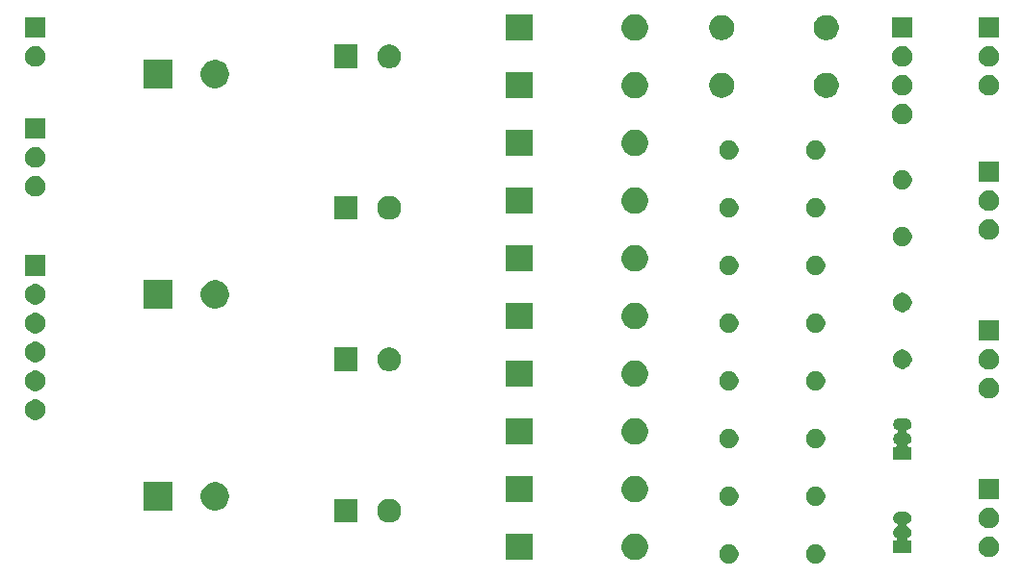
<source format=gbr>
G04 #@! TF.GenerationSoftware,KiCad,Pcbnew,(5.1.5)-3*
G04 #@! TF.CreationDate,2020-01-27T21:13:04-05:00*
G04 #@! TF.ProjectId,power,706f7765-722e-46b6-9963-61645f706362,v01*
G04 #@! TF.SameCoordinates,Original*
G04 #@! TF.FileFunction,Soldermask,Top*
G04 #@! TF.FilePolarity,Negative*
%FSLAX46Y46*%
G04 Gerber Fmt 4.6, Leading zero omitted, Abs format (unit mm)*
G04 Created by KiCad (PCBNEW (5.1.5)-3) date 2020-01-27 21:13:04*
%MOMM*%
%LPD*%
G04 APERTURE LIST*
%ADD10C,0.100000*%
G04 APERTURE END LIST*
D10*
G36*
X147568228Y-91891703D02*
G01*
X147723100Y-91955853D01*
X147862481Y-92048985D01*
X147981015Y-92167519D01*
X148074147Y-92306900D01*
X148138297Y-92461772D01*
X148171000Y-92626184D01*
X148171000Y-92793816D01*
X148138297Y-92958228D01*
X148074147Y-93113100D01*
X147981015Y-93252481D01*
X147862481Y-93371015D01*
X147723100Y-93464147D01*
X147568228Y-93528297D01*
X147403816Y-93561000D01*
X147236184Y-93561000D01*
X147071772Y-93528297D01*
X146916900Y-93464147D01*
X146777519Y-93371015D01*
X146658985Y-93252481D01*
X146565853Y-93113100D01*
X146501703Y-92958228D01*
X146469000Y-92793816D01*
X146469000Y-92626184D01*
X146501703Y-92461772D01*
X146565853Y-92306900D01*
X146658985Y-92167519D01*
X146777519Y-92048985D01*
X146916900Y-91955853D01*
X147071772Y-91891703D01*
X147236184Y-91859000D01*
X147403816Y-91859000D01*
X147568228Y-91891703D01*
G37*
G36*
X139948228Y-91891703D02*
G01*
X140103100Y-91955853D01*
X140242481Y-92048985D01*
X140361015Y-92167519D01*
X140454147Y-92306900D01*
X140518297Y-92461772D01*
X140551000Y-92626184D01*
X140551000Y-92793816D01*
X140518297Y-92958228D01*
X140454147Y-93113100D01*
X140361015Y-93252481D01*
X140242481Y-93371015D01*
X140103100Y-93464147D01*
X139948228Y-93528297D01*
X139783816Y-93561000D01*
X139616184Y-93561000D01*
X139451772Y-93528297D01*
X139296900Y-93464147D01*
X139157519Y-93371015D01*
X139038985Y-93252481D01*
X138945853Y-93113100D01*
X138881703Y-92958228D01*
X138849000Y-92793816D01*
X138849000Y-92626184D01*
X138881703Y-92461772D01*
X138945853Y-92306900D01*
X139038985Y-92167519D01*
X139157519Y-92048985D01*
X139296900Y-91955853D01*
X139451772Y-91891703D01*
X139616184Y-91859000D01*
X139783816Y-91859000D01*
X139948228Y-91891703D01*
G37*
G36*
X122436000Y-93226000D02*
G01*
X120134000Y-93226000D01*
X120134000Y-90924000D01*
X122436000Y-90924000D01*
X122436000Y-93226000D01*
G37*
G36*
X131669549Y-90946116D02*
G01*
X131780734Y-90968232D01*
X131990203Y-91054997D01*
X132178720Y-91180960D01*
X132339040Y-91341280D01*
X132465003Y-91529797D01*
X132514055Y-91648218D01*
X132551768Y-91739267D01*
X132594850Y-91955852D01*
X132596000Y-91961636D01*
X132596000Y-92188364D01*
X132551768Y-92410734D01*
X132465003Y-92620203D01*
X132339040Y-92808720D01*
X132178720Y-92969040D01*
X131990203Y-93095003D01*
X131780734Y-93181768D01*
X131669549Y-93203884D01*
X131558365Y-93226000D01*
X131331635Y-93226000D01*
X131220451Y-93203884D01*
X131109266Y-93181768D01*
X130899797Y-93095003D01*
X130711280Y-92969040D01*
X130550960Y-92808720D01*
X130424997Y-92620203D01*
X130338232Y-92410734D01*
X130294000Y-92188364D01*
X130294000Y-91961636D01*
X130295151Y-91955852D01*
X130338232Y-91739267D01*
X130375946Y-91648218D01*
X130424997Y-91529797D01*
X130550960Y-91341280D01*
X130711280Y-91180960D01*
X130899797Y-91054997D01*
X131109266Y-90968232D01*
X131220451Y-90946116D01*
X131331635Y-90924000D01*
X131558365Y-90924000D01*
X131669549Y-90946116D01*
G37*
G36*
X162673512Y-91178927D02*
G01*
X162822812Y-91208624D01*
X162986784Y-91276544D01*
X163134354Y-91375147D01*
X163259853Y-91500646D01*
X163358456Y-91648216D01*
X163426376Y-91812188D01*
X163461000Y-91986259D01*
X163461000Y-92163741D01*
X163426376Y-92337812D01*
X163358456Y-92501784D01*
X163259853Y-92649354D01*
X163134354Y-92774853D01*
X162986784Y-92873456D01*
X162822812Y-92941376D01*
X162683732Y-92969040D01*
X162648742Y-92976000D01*
X162471258Y-92976000D01*
X162436268Y-92969040D01*
X162297188Y-92941376D01*
X162133216Y-92873456D01*
X161985646Y-92774853D01*
X161860147Y-92649354D01*
X161761544Y-92501784D01*
X161693624Y-92337812D01*
X161659000Y-92163741D01*
X161659000Y-91986259D01*
X161693624Y-91812188D01*
X161761544Y-91648216D01*
X161860147Y-91500646D01*
X161985646Y-91375147D01*
X162133216Y-91276544D01*
X162297188Y-91208624D01*
X162446488Y-91178927D01*
X162471258Y-91174000D01*
X162648742Y-91174000D01*
X162673512Y-91178927D01*
G37*
G36*
X155298015Y-88991973D02*
G01*
X155401879Y-89023479D01*
X155429055Y-89038005D01*
X155497600Y-89074643D01*
X155581501Y-89143499D01*
X155650357Y-89227400D01*
X155674297Y-89272189D01*
X155701521Y-89323121D01*
X155733027Y-89426985D01*
X155743666Y-89535000D01*
X155733027Y-89643015D01*
X155701521Y-89746879D01*
X155701519Y-89746882D01*
X155650357Y-89842600D01*
X155581501Y-89926501D01*
X155497600Y-89995357D01*
X155429055Y-90031995D01*
X155401879Y-90046521D01*
X155389131Y-90050388D01*
X155366504Y-90059760D01*
X155346130Y-90073374D01*
X155328803Y-90090701D01*
X155315189Y-90111075D01*
X155305812Y-90133714D01*
X155301031Y-90157747D01*
X155301031Y-90182251D01*
X155305811Y-90206285D01*
X155315188Y-90228924D01*
X155328802Y-90249298D01*
X155346129Y-90266625D01*
X155366503Y-90280239D01*
X155389131Y-90289612D01*
X155401879Y-90293479D01*
X155429055Y-90308005D01*
X155497600Y-90344643D01*
X155581501Y-90413499D01*
X155650357Y-90497400D01*
X155686995Y-90565945D01*
X155701521Y-90593121D01*
X155733027Y-90696985D01*
X155743666Y-90805000D01*
X155733027Y-90913015D01*
X155701521Y-91016879D01*
X155701519Y-91016882D01*
X155650357Y-91112600D01*
X155599967Y-91174000D01*
X155581501Y-91196501D01*
X155497600Y-91265356D01*
X155453807Y-91288764D01*
X155433437Y-91302375D01*
X155416110Y-91319702D01*
X155402496Y-91340076D01*
X155393119Y-91362715D01*
X155388338Y-91386748D01*
X155388338Y-91411252D01*
X155393118Y-91435286D01*
X155402495Y-91457924D01*
X155416109Y-91478299D01*
X155433436Y-91495626D01*
X155453810Y-91509240D01*
X155476449Y-91518617D01*
X155500482Y-91523398D01*
X155512735Y-91524000D01*
X155741000Y-91524000D01*
X155741000Y-92626000D01*
X154139000Y-92626000D01*
X154139000Y-91524000D01*
X154367265Y-91524000D01*
X154391651Y-91521598D01*
X154415100Y-91514485D01*
X154436711Y-91502934D01*
X154455653Y-91487389D01*
X154471198Y-91468447D01*
X154482749Y-91446836D01*
X154489862Y-91423387D01*
X154492264Y-91399001D01*
X154489862Y-91374615D01*
X154482749Y-91351166D01*
X154471198Y-91329555D01*
X154455653Y-91310613D01*
X154436711Y-91295068D01*
X154426198Y-91288767D01*
X154382400Y-91265356D01*
X154298499Y-91196501D01*
X154280033Y-91174000D01*
X154229643Y-91112600D01*
X154178481Y-91016882D01*
X154178479Y-91016879D01*
X154146973Y-90913015D01*
X154136334Y-90805000D01*
X154146973Y-90696985D01*
X154178479Y-90593121D01*
X154193005Y-90565945D01*
X154229643Y-90497400D01*
X154298499Y-90413499D01*
X154382400Y-90344643D01*
X154450945Y-90308005D01*
X154478121Y-90293479D01*
X154490869Y-90289612D01*
X154513496Y-90280240D01*
X154533870Y-90266626D01*
X154551197Y-90249299D01*
X154564811Y-90228925D01*
X154574188Y-90206286D01*
X154578969Y-90182253D01*
X154578969Y-90157749D01*
X154574189Y-90133715D01*
X154564812Y-90111076D01*
X154551198Y-90090702D01*
X154533871Y-90073375D01*
X154513497Y-90059761D01*
X154490869Y-90050388D01*
X154478121Y-90046521D01*
X154450945Y-90031995D01*
X154382400Y-89995357D01*
X154298499Y-89926501D01*
X154229643Y-89842600D01*
X154178481Y-89746882D01*
X154178479Y-89746879D01*
X154146973Y-89643015D01*
X154136334Y-89535000D01*
X154146973Y-89426985D01*
X154178479Y-89323121D01*
X154205703Y-89272189D01*
X154229643Y-89227400D01*
X154298499Y-89143499D01*
X154382400Y-89074643D01*
X154450945Y-89038005D01*
X154478121Y-89023479D01*
X154581985Y-88991973D01*
X154662933Y-88984000D01*
X155217067Y-88984000D01*
X155298015Y-88991973D01*
G37*
G36*
X162673512Y-88638927D02*
G01*
X162822812Y-88668624D01*
X162986784Y-88736544D01*
X163134354Y-88835147D01*
X163259853Y-88960646D01*
X163358456Y-89108216D01*
X163426376Y-89272188D01*
X163461000Y-89446259D01*
X163461000Y-89623741D01*
X163426376Y-89797812D01*
X163358456Y-89961784D01*
X163259853Y-90109354D01*
X163134354Y-90234853D01*
X162986784Y-90333456D01*
X162822812Y-90401376D01*
X162673512Y-90431073D01*
X162648742Y-90436000D01*
X162471258Y-90436000D01*
X162446488Y-90431073D01*
X162297188Y-90401376D01*
X162133216Y-90333456D01*
X161985646Y-90234853D01*
X161860147Y-90109354D01*
X161761544Y-89961784D01*
X161693624Y-89797812D01*
X161659000Y-89623741D01*
X161659000Y-89446259D01*
X161693624Y-89272188D01*
X161761544Y-89108216D01*
X161860147Y-88960646D01*
X161985646Y-88835147D01*
X162133216Y-88736544D01*
X162297188Y-88668624D01*
X162446488Y-88638927D01*
X162471258Y-88634000D01*
X162648742Y-88634000D01*
X162673512Y-88638927D01*
G37*
G36*
X110151564Y-87889389D02*
G01*
X110342833Y-87968615D01*
X110342835Y-87968616D01*
X110514973Y-88083635D01*
X110661365Y-88230027D01*
X110764345Y-88384147D01*
X110776385Y-88402167D01*
X110855611Y-88593436D01*
X110896000Y-88796484D01*
X110896000Y-89003516D01*
X110855611Y-89206564D01*
X110776385Y-89397833D01*
X110776384Y-89397835D01*
X110661365Y-89569973D01*
X110514973Y-89716365D01*
X110342835Y-89831384D01*
X110342834Y-89831385D01*
X110342833Y-89831385D01*
X110151564Y-89910611D01*
X109948516Y-89951000D01*
X109741484Y-89951000D01*
X109538436Y-89910611D01*
X109347167Y-89831385D01*
X109347166Y-89831385D01*
X109347165Y-89831384D01*
X109175027Y-89716365D01*
X109028635Y-89569973D01*
X108913616Y-89397835D01*
X108913615Y-89397833D01*
X108834389Y-89206564D01*
X108794000Y-89003516D01*
X108794000Y-88796484D01*
X108834389Y-88593436D01*
X108913615Y-88402167D01*
X108925656Y-88384147D01*
X109028635Y-88230027D01*
X109175027Y-88083635D01*
X109347165Y-87968616D01*
X109347167Y-87968615D01*
X109538436Y-87889389D01*
X109741484Y-87849000D01*
X109948516Y-87849000D01*
X110151564Y-87889389D01*
G37*
G36*
X107096000Y-89951000D02*
G01*
X104994000Y-89951000D01*
X104994000Y-87849000D01*
X107096000Y-87849000D01*
X107096000Y-89951000D01*
G37*
G36*
X90786000Y-88881000D02*
G01*
X88284000Y-88881000D01*
X88284000Y-86379000D01*
X90786000Y-86379000D01*
X90786000Y-88881000D01*
G37*
G36*
X94899903Y-86427075D02*
G01*
X95127571Y-86521378D01*
X95332466Y-86658285D01*
X95506715Y-86832534D01*
X95643622Y-87037429D01*
X95737925Y-87265097D01*
X95786000Y-87506787D01*
X95786000Y-87753213D01*
X95737925Y-87994903D01*
X95643622Y-88222571D01*
X95506715Y-88427466D01*
X95332466Y-88601715D01*
X95127571Y-88738622D01*
X95127570Y-88738623D01*
X95127569Y-88738623D01*
X94899903Y-88832925D01*
X94658214Y-88881000D01*
X94411786Y-88881000D01*
X94170097Y-88832925D01*
X93942431Y-88738623D01*
X93942430Y-88738623D01*
X93942429Y-88738622D01*
X93737534Y-88601715D01*
X93563285Y-88427466D01*
X93426378Y-88222571D01*
X93332075Y-87994903D01*
X93284000Y-87753213D01*
X93284000Y-87506787D01*
X93332075Y-87265097D01*
X93426378Y-87037429D01*
X93563285Y-86832534D01*
X93737534Y-86658285D01*
X93942429Y-86521378D01*
X94170097Y-86427075D01*
X94411786Y-86379000D01*
X94658214Y-86379000D01*
X94899903Y-86427075D01*
G37*
G36*
X139948228Y-86811703D02*
G01*
X140103100Y-86875853D01*
X140242481Y-86968985D01*
X140361015Y-87087519D01*
X140454147Y-87226900D01*
X140518297Y-87381772D01*
X140551000Y-87546184D01*
X140551000Y-87713816D01*
X140518297Y-87878228D01*
X140454147Y-88033100D01*
X140361015Y-88172481D01*
X140242481Y-88291015D01*
X140103100Y-88384147D01*
X139948228Y-88448297D01*
X139783816Y-88481000D01*
X139616184Y-88481000D01*
X139451772Y-88448297D01*
X139296900Y-88384147D01*
X139157519Y-88291015D01*
X139038985Y-88172481D01*
X138945853Y-88033100D01*
X138881703Y-87878228D01*
X138849000Y-87713816D01*
X138849000Y-87546184D01*
X138881703Y-87381772D01*
X138945853Y-87226900D01*
X139038985Y-87087519D01*
X139157519Y-86968985D01*
X139296900Y-86875853D01*
X139451772Y-86811703D01*
X139616184Y-86779000D01*
X139783816Y-86779000D01*
X139948228Y-86811703D01*
G37*
G36*
X147568228Y-86811703D02*
G01*
X147723100Y-86875853D01*
X147862481Y-86968985D01*
X147981015Y-87087519D01*
X148074147Y-87226900D01*
X148138297Y-87381772D01*
X148171000Y-87546184D01*
X148171000Y-87713816D01*
X148138297Y-87878228D01*
X148074147Y-88033100D01*
X147981015Y-88172481D01*
X147862481Y-88291015D01*
X147723100Y-88384147D01*
X147568228Y-88448297D01*
X147403816Y-88481000D01*
X147236184Y-88481000D01*
X147071772Y-88448297D01*
X146916900Y-88384147D01*
X146777519Y-88291015D01*
X146658985Y-88172481D01*
X146565853Y-88033100D01*
X146501703Y-87878228D01*
X146469000Y-87713816D01*
X146469000Y-87546184D01*
X146501703Y-87381772D01*
X146565853Y-87226900D01*
X146658985Y-87087519D01*
X146777519Y-86968985D01*
X146916900Y-86875853D01*
X147071772Y-86811703D01*
X147236184Y-86779000D01*
X147403816Y-86779000D01*
X147568228Y-86811703D01*
G37*
G36*
X122436000Y-88146000D02*
G01*
X120134000Y-88146000D01*
X120134000Y-85844000D01*
X122436000Y-85844000D01*
X122436000Y-88146000D01*
G37*
G36*
X131669549Y-85866116D02*
G01*
X131780734Y-85888232D01*
X131990203Y-85974997D01*
X132178720Y-86100960D01*
X132339040Y-86261280D01*
X132465003Y-86449797D01*
X132551362Y-86658285D01*
X132551768Y-86659267D01*
X132594850Y-86875852D01*
X132596000Y-86881636D01*
X132596000Y-87108364D01*
X132551768Y-87330734D01*
X132465003Y-87540203D01*
X132339040Y-87728720D01*
X132178720Y-87889040D01*
X131990203Y-88015003D01*
X131780734Y-88101768D01*
X131669549Y-88123884D01*
X131558365Y-88146000D01*
X131331635Y-88146000D01*
X131220451Y-88123884D01*
X131109266Y-88101768D01*
X130899797Y-88015003D01*
X130711280Y-87889040D01*
X130550960Y-87728720D01*
X130424997Y-87540203D01*
X130338232Y-87330734D01*
X130294000Y-87108364D01*
X130294000Y-86881636D01*
X130295151Y-86875852D01*
X130338232Y-86659267D01*
X130338639Y-86658285D01*
X130424997Y-86449797D01*
X130550960Y-86261280D01*
X130711280Y-86100960D01*
X130899797Y-85974997D01*
X131109266Y-85888232D01*
X131220451Y-85866116D01*
X131331635Y-85844000D01*
X131558365Y-85844000D01*
X131669549Y-85866116D01*
G37*
G36*
X163461000Y-87896000D02*
G01*
X161659000Y-87896000D01*
X161659000Y-86094000D01*
X163461000Y-86094000D01*
X163461000Y-87896000D01*
G37*
G36*
X155298015Y-80736973D02*
G01*
X155401879Y-80768479D01*
X155429055Y-80783005D01*
X155497600Y-80819643D01*
X155581501Y-80888499D01*
X155650357Y-80972400D01*
X155686995Y-81040945D01*
X155701521Y-81068121D01*
X155733027Y-81171985D01*
X155743666Y-81280000D01*
X155733027Y-81388015D01*
X155701521Y-81491879D01*
X155701519Y-81491882D01*
X155650357Y-81587600D01*
X155581501Y-81671501D01*
X155497600Y-81740357D01*
X155429055Y-81776995D01*
X155401879Y-81791521D01*
X155389131Y-81795388D01*
X155366504Y-81804760D01*
X155346130Y-81818374D01*
X155328803Y-81835701D01*
X155315189Y-81856075D01*
X155305812Y-81878714D01*
X155301031Y-81902747D01*
X155301031Y-81927251D01*
X155305811Y-81951285D01*
X155315188Y-81973924D01*
X155328802Y-81994298D01*
X155346129Y-82011625D01*
X155366503Y-82025239D01*
X155389131Y-82034612D01*
X155401879Y-82038479D01*
X155429055Y-82053005D01*
X155497600Y-82089643D01*
X155581501Y-82158499D01*
X155650357Y-82242400D01*
X155682091Y-82301771D01*
X155701521Y-82338121D01*
X155733027Y-82441985D01*
X155743666Y-82550000D01*
X155733027Y-82658015D01*
X155701521Y-82761879D01*
X155701519Y-82761882D01*
X155650357Y-82857600D01*
X155586834Y-82935003D01*
X155581501Y-82941501D01*
X155497600Y-83010356D01*
X155453807Y-83033764D01*
X155433437Y-83047375D01*
X155416110Y-83064702D01*
X155402496Y-83085076D01*
X155393119Y-83107715D01*
X155388338Y-83131748D01*
X155388338Y-83156252D01*
X155393118Y-83180286D01*
X155402495Y-83202924D01*
X155416109Y-83223299D01*
X155433436Y-83240626D01*
X155453810Y-83254240D01*
X155476449Y-83263617D01*
X155500482Y-83268398D01*
X155512735Y-83269000D01*
X155741000Y-83269000D01*
X155741000Y-84371000D01*
X154139000Y-84371000D01*
X154139000Y-83269000D01*
X154367265Y-83269000D01*
X154391651Y-83266598D01*
X154415100Y-83259485D01*
X154436711Y-83247934D01*
X154455653Y-83232389D01*
X154471198Y-83213447D01*
X154482749Y-83191836D01*
X154489862Y-83168387D01*
X154492264Y-83144001D01*
X154489862Y-83119615D01*
X154482749Y-83096166D01*
X154471198Y-83074555D01*
X154455653Y-83055613D01*
X154436711Y-83040068D01*
X154426198Y-83033767D01*
X154382400Y-83010356D01*
X154298499Y-82941501D01*
X154293166Y-82935003D01*
X154229643Y-82857600D01*
X154178481Y-82761882D01*
X154178479Y-82761879D01*
X154146973Y-82658015D01*
X154136334Y-82550000D01*
X154146973Y-82441985D01*
X154178479Y-82338121D01*
X154197909Y-82301771D01*
X154229643Y-82242400D01*
X154298499Y-82158499D01*
X154382400Y-82089643D01*
X154450945Y-82053005D01*
X154478121Y-82038479D01*
X154490869Y-82034612D01*
X154513496Y-82025240D01*
X154533870Y-82011626D01*
X154551197Y-81994299D01*
X154564811Y-81973925D01*
X154574188Y-81951286D01*
X154578969Y-81927253D01*
X154578969Y-81902749D01*
X154574189Y-81878715D01*
X154564812Y-81856076D01*
X154551198Y-81835702D01*
X154533871Y-81818375D01*
X154513497Y-81804761D01*
X154490869Y-81795388D01*
X154478121Y-81791521D01*
X154450945Y-81776995D01*
X154382400Y-81740357D01*
X154298499Y-81671501D01*
X154229643Y-81587600D01*
X154178481Y-81491882D01*
X154178479Y-81491879D01*
X154146973Y-81388015D01*
X154136334Y-81280000D01*
X154146973Y-81171985D01*
X154178479Y-81068121D01*
X154193005Y-81040945D01*
X154229643Y-80972400D01*
X154298499Y-80888499D01*
X154382400Y-80819643D01*
X154450945Y-80783005D01*
X154478121Y-80768479D01*
X154581985Y-80736973D01*
X154662933Y-80729000D01*
X155217067Y-80729000D01*
X155298015Y-80736973D01*
G37*
G36*
X139948228Y-81731703D02*
G01*
X140103100Y-81795853D01*
X140242481Y-81888985D01*
X140361015Y-82007519D01*
X140454147Y-82146900D01*
X140518297Y-82301772D01*
X140551000Y-82466184D01*
X140551000Y-82633816D01*
X140518297Y-82798228D01*
X140454147Y-82953100D01*
X140361015Y-83092481D01*
X140242481Y-83211015D01*
X140103100Y-83304147D01*
X139948228Y-83368297D01*
X139783816Y-83401000D01*
X139616184Y-83401000D01*
X139451772Y-83368297D01*
X139296900Y-83304147D01*
X139157519Y-83211015D01*
X139038985Y-83092481D01*
X138945853Y-82953100D01*
X138881703Y-82798228D01*
X138849000Y-82633816D01*
X138849000Y-82466184D01*
X138881703Y-82301772D01*
X138945853Y-82146900D01*
X139038985Y-82007519D01*
X139157519Y-81888985D01*
X139296900Y-81795853D01*
X139451772Y-81731703D01*
X139616184Y-81699000D01*
X139783816Y-81699000D01*
X139948228Y-81731703D01*
G37*
G36*
X147568228Y-81731703D02*
G01*
X147723100Y-81795853D01*
X147862481Y-81888985D01*
X147981015Y-82007519D01*
X148074147Y-82146900D01*
X148138297Y-82301772D01*
X148171000Y-82466184D01*
X148171000Y-82633816D01*
X148138297Y-82798228D01*
X148074147Y-82953100D01*
X147981015Y-83092481D01*
X147862481Y-83211015D01*
X147723100Y-83304147D01*
X147568228Y-83368297D01*
X147403816Y-83401000D01*
X147236184Y-83401000D01*
X147071772Y-83368297D01*
X146916900Y-83304147D01*
X146777519Y-83211015D01*
X146658985Y-83092481D01*
X146565853Y-82953100D01*
X146501703Y-82798228D01*
X146469000Y-82633816D01*
X146469000Y-82466184D01*
X146501703Y-82301772D01*
X146565853Y-82146900D01*
X146658985Y-82007519D01*
X146777519Y-81888985D01*
X146916900Y-81795853D01*
X147071772Y-81731703D01*
X147236184Y-81699000D01*
X147403816Y-81699000D01*
X147568228Y-81731703D01*
G37*
G36*
X131580882Y-80768479D02*
G01*
X131780734Y-80808232D01*
X131928850Y-80869584D01*
X131974516Y-80888499D01*
X131990203Y-80894997D01*
X132178720Y-81020960D01*
X132339040Y-81181280D01*
X132465003Y-81369797D01*
X132465004Y-81369799D01*
X132551768Y-81579267D01*
X132594850Y-81795852D01*
X132596000Y-81801636D01*
X132596000Y-82028364D01*
X132551768Y-82250734D01*
X132465003Y-82460203D01*
X132339040Y-82648720D01*
X132178720Y-82809040D01*
X131990203Y-82935003D01*
X131990202Y-82935004D01*
X131990201Y-82935004D01*
X131946520Y-82953097D01*
X131780734Y-83021768D01*
X131688733Y-83040068D01*
X131558365Y-83066000D01*
X131331635Y-83066000D01*
X131201267Y-83040068D01*
X131109266Y-83021768D01*
X130943480Y-82953097D01*
X130899799Y-82935004D01*
X130899798Y-82935004D01*
X130899797Y-82935003D01*
X130711280Y-82809040D01*
X130550960Y-82648720D01*
X130424997Y-82460203D01*
X130338232Y-82250734D01*
X130294000Y-82028364D01*
X130294000Y-81801636D01*
X130295151Y-81795852D01*
X130338232Y-81579267D01*
X130424996Y-81369799D01*
X130424997Y-81369797D01*
X130550960Y-81181280D01*
X130711280Y-81020960D01*
X130899797Y-80894997D01*
X130915485Y-80888499D01*
X130961150Y-80869584D01*
X131109266Y-80808232D01*
X131309118Y-80768479D01*
X131331635Y-80764000D01*
X131558365Y-80764000D01*
X131580882Y-80768479D01*
G37*
G36*
X122436000Y-83066000D02*
G01*
X120134000Y-83066000D01*
X120134000Y-80764000D01*
X122436000Y-80764000D01*
X122436000Y-83066000D01*
G37*
G36*
X78853512Y-79113927D02*
G01*
X79002812Y-79143624D01*
X79166784Y-79211544D01*
X79314354Y-79310147D01*
X79439853Y-79435646D01*
X79538456Y-79583216D01*
X79606376Y-79747188D01*
X79641000Y-79921259D01*
X79641000Y-80098741D01*
X79606376Y-80272812D01*
X79538456Y-80436784D01*
X79439853Y-80584354D01*
X79314354Y-80709853D01*
X79166784Y-80808456D01*
X79002812Y-80876376D01*
X78853512Y-80906073D01*
X78828742Y-80911000D01*
X78651258Y-80911000D01*
X78626488Y-80906073D01*
X78477188Y-80876376D01*
X78313216Y-80808456D01*
X78165646Y-80709853D01*
X78040147Y-80584354D01*
X77941544Y-80436784D01*
X77873624Y-80272812D01*
X77839000Y-80098741D01*
X77839000Y-79921259D01*
X77873624Y-79747188D01*
X77941544Y-79583216D01*
X78040147Y-79435646D01*
X78165646Y-79310147D01*
X78313216Y-79211544D01*
X78477188Y-79143624D01*
X78626488Y-79113927D01*
X78651258Y-79109000D01*
X78828742Y-79109000D01*
X78853512Y-79113927D01*
G37*
G36*
X162664769Y-77207188D02*
G01*
X162822812Y-77238624D01*
X162986784Y-77306544D01*
X163134354Y-77405147D01*
X163259853Y-77530646D01*
X163358456Y-77678216D01*
X163426376Y-77842188D01*
X163461000Y-78016259D01*
X163461000Y-78193741D01*
X163426376Y-78367812D01*
X163358456Y-78531784D01*
X163259853Y-78679354D01*
X163134354Y-78804853D01*
X162986784Y-78903456D01*
X162822812Y-78971376D01*
X162673512Y-79001073D01*
X162648742Y-79006000D01*
X162471258Y-79006000D01*
X162446488Y-79001073D01*
X162297188Y-78971376D01*
X162133216Y-78903456D01*
X161985646Y-78804853D01*
X161860147Y-78679354D01*
X161761544Y-78531784D01*
X161693624Y-78367812D01*
X161659000Y-78193741D01*
X161659000Y-78016259D01*
X161693624Y-77842188D01*
X161761544Y-77678216D01*
X161860147Y-77530646D01*
X161985646Y-77405147D01*
X162133216Y-77306544D01*
X162297188Y-77238624D01*
X162455231Y-77207188D01*
X162471258Y-77204000D01*
X162648742Y-77204000D01*
X162664769Y-77207188D01*
G37*
G36*
X78853512Y-76573927D02*
G01*
X79002812Y-76603624D01*
X79166784Y-76671544D01*
X79314354Y-76770147D01*
X79439853Y-76895646D01*
X79538456Y-77043216D01*
X79606376Y-77207188D01*
X79641000Y-77381259D01*
X79641000Y-77558741D01*
X79606376Y-77732812D01*
X79538456Y-77896784D01*
X79439853Y-78044354D01*
X79314354Y-78169853D01*
X79166784Y-78268456D01*
X79002812Y-78336376D01*
X78853512Y-78366073D01*
X78828742Y-78371000D01*
X78651258Y-78371000D01*
X78626488Y-78366073D01*
X78477188Y-78336376D01*
X78313216Y-78268456D01*
X78165646Y-78169853D01*
X78040147Y-78044354D01*
X77941544Y-77896784D01*
X77873624Y-77732812D01*
X77839000Y-77558741D01*
X77839000Y-77381259D01*
X77873624Y-77207188D01*
X77941544Y-77043216D01*
X78040147Y-76895646D01*
X78165646Y-76770147D01*
X78313216Y-76671544D01*
X78477188Y-76603624D01*
X78626488Y-76573927D01*
X78651258Y-76569000D01*
X78828742Y-76569000D01*
X78853512Y-76573927D01*
G37*
G36*
X147568228Y-76651703D02*
G01*
X147723100Y-76715853D01*
X147862481Y-76808985D01*
X147981015Y-76927519D01*
X148074147Y-77066900D01*
X148138297Y-77221772D01*
X148171000Y-77386184D01*
X148171000Y-77553816D01*
X148138297Y-77718228D01*
X148074147Y-77873100D01*
X147981015Y-78012481D01*
X147862481Y-78131015D01*
X147723100Y-78224147D01*
X147568228Y-78288297D01*
X147403816Y-78321000D01*
X147236184Y-78321000D01*
X147071772Y-78288297D01*
X146916900Y-78224147D01*
X146777519Y-78131015D01*
X146658985Y-78012481D01*
X146565853Y-77873100D01*
X146501703Y-77718228D01*
X146469000Y-77553816D01*
X146469000Y-77386184D01*
X146501703Y-77221772D01*
X146565853Y-77066900D01*
X146658985Y-76927519D01*
X146777519Y-76808985D01*
X146916900Y-76715853D01*
X147071772Y-76651703D01*
X147236184Y-76619000D01*
X147403816Y-76619000D01*
X147568228Y-76651703D01*
G37*
G36*
X139948228Y-76651703D02*
G01*
X140103100Y-76715853D01*
X140242481Y-76808985D01*
X140361015Y-76927519D01*
X140454147Y-77066900D01*
X140518297Y-77221772D01*
X140551000Y-77386184D01*
X140551000Y-77553816D01*
X140518297Y-77718228D01*
X140454147Y-77873100D01*
X140361015Y-78012481D01*
X140242481Y-78131015D01*
X140103100Y-78224147D01*
X139948228Y-78288297D01*
X139783816Y-78321000D01*
X139616184Y-78321000D01*
X139451772Y-78288297D01*
X139296900Y-78224147D01*
X139157519Y-78131015D01*
X139038985Y-78012481D01*
X138945853Y-77873100D01*
X138881703Y-77718228D01*
X138849000Y-77553816D01*
X138849000Y-77386184D01*
X138881703Y-77221772D01*
X138945853Y-77066900D01*
X139038985Y-76927519D01*
X139157519Y-76808985D01*
X139296900Y-76715853D01*
X139451772Y-76651703D01*
X139616184Y-76619000D01*
X139783816Y-76619000D01*
X139948228Y-76651703D01*
G37*
G36*
X122436000Y-77986000D02*
G01*
X120134000Y-77986000D01*
X120134000Y-75684000D01*
X122436000Y-75684000D01*
X122436000Y-77986000D01*
G37*
G36*
X131669549Y-75706116D02*
G01*
X131780734Y-75728232D01*
X131928850Y-75789584D01*
X131985933Y-75813228D01*
X131990203Y-75814997D01*
X132178720Y-75940960D01*
X132339040Y-76101280D01*
X132465003Y-76289797D01*
X132550575Y-76496385D01*
X132551768Y-76499267D01*
X132594850Y-76715852D01*
X132596000Y-76721636D01*
X132596000Y-76948364D01*
X132551768Y-77170734D01*
X132465003Y-77380203D01*
X132339040Y-77568720D01*
X132178720Y-77729040D01*
X131990203Y-77855003D01*
X131780734Y-77941768D01*
X131669549Y-77963884D01*
X131558365Y-77986000D01*
X131331635Y-77986000D01*
X131220451Y-77963884D01*
X131109266Y-77941768D01*
X130899797Y-77855003D01*
X130711280Y-77729040D01*
X130550960Y-77568720D01*
X130424997Y-77380203D01*
X130338232Y-77170734D01*
X130294000Y-76948364D01*
X130294000Y-76721636D01*
X130295151Y-76715852D01*
X130338232Y-76499267D01*
X130339426Y-76496385D01*
X130424997Y-76289797D01*
X130550960Y-76101280D01*
X130711280Y-75940960D01*
X130899797Y-75814997D01*
X130904068Y-75813228D01*
X130961150Y-75789584D01*
X131109266Y-75728232D01*
X131220451Y-75706116D01*
X131331635Y-75684000D01*
X131558365Y-75684000D01*
X131669549Y-75706116D01*
G37*
G36*
X107096000Y-76616000D02*
G01*
X104994000Y-76616000D01*
X104994000Y-74514000D01*
X107096000Y-74514000D01*
X107096000Y-76616000D01*
G37*
G36*
X110151564Y-74554389D02*
G01*
X110342833Y-74633615D01*
X110342835Y-74633616D01*
X110514973Y-74748635D01*
X110661365Y-74895027D01*
X110725256Y-74990646D01*
X110776385Y-75067167D01*
X110855611Y-75258436D01*
X110896000Y-75461484D01*
X110896000Y-75668516D01*
X110855611Y-75871564D01*
X110805815Y-75991782D01*
X110776384Y-76062835D01*
X110661365Y-76234973D01*
X110514973Y-76381365D01*
X110342835Y-76496384D01*
X110342834Y-76496385D01*
X110342833Y-76496385D01*
X110151564Y-76575611D01*
X109948516Y-76616000D01*
X109741484Y-76616000D01*
X109538436Y-76575611D01*
X109347167Y-76496385D01*
X109347166Y-76496385D01*
X109347165Y-76496384D01*
X109175027Y-76381365D01*
X109028635Y-76234973D01*
X108913616Y-76062835D01*
X108884185Y-75991782D01*
X108834389Y-75871564D01*
X108794000Y-75668516D01*
X108794000Y-75461484D01*
X108834389Y-75258436D01*
X108913615Y-75067167D01*
X108964745Y-74990646D01*
X109028635Y-74895027D01*
X109175027Y-74748635D01*
X109347165Y-74633616D01*
X109347167Y-74633615D01*
X109538436Y-74554389D01*
X109741484Y-74514000D01*
X109948516Y-74514000D01*
X110151564Y-74554389D01*
G37*
G36*
X162664769Y-74667188D02*
G01*
X162822812Y-74698624D01*
X162986784Y-74766544D01*
X163134354Y-74865147D01*
X163259853Y-74990646D01*
X163358456Y-75138216D01*
X163426376Y-75302188D01*
X163461000Y-75476259D01*
X163461000Y-75653741D01*
X163426376Y-75827812D01*
X163358456Y-75991784D01*
X163259853Y-76139354D01*
X163134354Y-76264853D01*
X162986784Y-76363456D01*
X162822812Y-76431376D01*
X162673512Y-76461073D01*
X162648742Y-76466000D01*
X162471258Y-76466000D01*
X162446488Y-76461073D01*
X162297188Y-76431376D01*
X162133216Y-76363456D01*
X161985646Y-76264853D01*
X161860147Y-76139354D01*
X161761544Y-75991784D01*
X161693624Y-75827812D01*
X161659000Y-75653741D01*
X161659000Y-75476259D01*
X161693624Y-75302188D01*
X161761544Y-75138216D01*
X161860147Y-74990646D01*
X161985646Y-74865147D01*
X162133216Y-74766544D01*
X162297188Y-74698624D01*
X162455231Y-74667188D01*
X162471258Y-74664000D01*
X162648742Y-74664000D01*
X162664769Y-74667188D01*
G37*
G36*
X155188228Y-74746703D02*
G01*
X155343100Y-74810853D01*
X155482481Y-74903985D01*
X155601015Y-75022519D01*
X155694147Y-75161900D01*
X155758297Y-75316772D01*
X155791000Y-75481184D01*
X155791000Y-75648816D01*
X155758297Y-75813228D01*
X155694147Y-75968100D01*
X155601015Y-76107481D01*
X155482481Y-76226015D01*
X155343100Y-76319147D01*
X155188228Y-76383297D01*
X155023816Y-76416000D01*
X154856184Y-76416000D01*
X154691772Y-76383297D01*
X154536900Y-76319147D01*
X154397519Y-76226015D01*
X154278985Y-76107481D01*
X154185853Y-75968100D01*
X154121703Y-75813228D01*
X154089000Y-75648816D01*
X154089000Y-75481184D01*
X154121703Y-75316772D01*
X154185853Y-75161900D01*
X154278985Y-75022519D01*
X154397519Y-74903985D01*
X154536900Y-74810853D01*
X154691772Y-74746703D01*
X154856184Y-74714000D01*
X155023816Y-74714000D01*
X155188228Y-74746703D01*
G37*
G36*
X78853512Y-74033927D02*
G01*
X79002812Y-74063624D01*
X79166784Y-74131544D01*
X79314354Y-74230147D01*
X79439853Y-74355646D01*
X79538456Y-74503216D01*
X79606376Y-74667188D01*
X79641000Y-74841259D01*
X79641000Y-75018741D01*
X79606376Y-75192812D01*
X79538456Y-75356784D01*
X79439853Y-75504354D01*
X79314354Y-75629853D01*
X79166784Y-75728456D01*
X79002812Y-75796376D01*
X78853512Y-75826073D01*
X78828742Y-75831000D01*
X78651258Y-75831000D01*
X78626488Y-75826073D01*
X78477188Y-75796376D01*
X78313216Y-75728456D01*
X78165646Y-75629853D01*
X78040147Y-75504354D01*
X77941544Y-75356784D01*
X77873624Y-75192812D01*
X77839000Y-75018741D01*
X77839000Y-74841259D01*
X77873624Y-74667188D01*
X77941544Y-74503216D01*
X78040147Y-74355646D01*
X78165646Y-74230147D01*
X78313216Y-74131544D01*
X78477188Y-74063624D01*
X78626488Y-74033927D01*
X78651258Y-74029000D01*
X78828742Y-74029000D01*
X78853512Y-74033927D01*
G37*
G36*
X163461000Y-73926000D02*
G01*
X161659000Y-73926000D01*
X161659000Y-72124000D01*
X163461000Y-72124000D01*
X163461000Y-73926000D01*
G37*
G36*
X78853512Y-71493927D02*
G01*
X79002812Y-71523624D01*
X79166784Y-71591544D01*
X79314354Y-71690147D01*
X79439853Y-71815646D01*
X79538456Y-71963216D01*
X79606376Y-72127188D01*
X79641000Y-72301259D01*
X79641000Y-72478741D01*
X79606376Y-72652812D01*
X79538456Y-72816784D01*
X79439853Y-72964354D01*
X79314354Y-73089853D01*
X79166784Y-73188456D01*
X79002812Y-73256376D01*
X78853512Y-73286073D01*
X78828742Y-73291000D01*
X78651258Y-73291000D01*
X78626488Y-73286073D01*
X78477188Y-73256376D01*
X78313216Y-73188456D01*
X78165646Y-73089853D01*
X78040147Y-72964354D01*
X77941544Y-72816784D01*
X77873624Y-72652812D01*
X77839000Y-72478741D01*
X77839000Y-72301259D01*
X77873624Y-72127188D01*
X77941544Y-71963216D01*
X78040147Y-71815646D01*
X78165646Y-71690147D01*
X78313216Y-71591544D01*
X78477188Y-71523624D01*
X78626488Y-71493927D01*
X78651258Y-71489000D01*
X78828742Y-71489000D01*
X78853512Y-71493927D01*
G37*
G36*
X139948228Y-71571703D02*
G01*
X140103100Y-71635853D01*
X140242481Y-71728985D01*
X140361015Y-71847519D01*
X140454147Y-71986900D01*
X140518297Y-72141772D01*
X140551000Y-72306184D01*
X140551000Y-72473816D01*
X140518297Y-72638228D01*
X140454147Y-72793100D01*
X140361015Y-72932481D01*
X140242481Y-73051015D01*
X140103100Y-73144147D01*
X139948228Y-73208297D01*
X139783816Y-73241000D01*
X139616184Y-73241000D01*
X139451772Y-73208297D01*
X139296900Y-73144147D01*
X139157519Y-73051015D01*
X139038985Y-72932481D01*
X138945853Y-72793100D01*
X138881703Y-72638228D01*
X138849000Y-72473816D01*
X138849000Y-72306184D01*
X138881703Y-72141772D01*
X138945853Y-71986900D01*
X139038985Y-71847519D01*
X139157519Y-71728985D01*
X139296900Y-71635853D01*
X139451772Y-71571703D01*
X139616184Y-71539000D01*
X139783816Y-71539000D01*
X139948228Y-71571703D01*
G37*
G36*
X147568228Y-71571703D02*
G01*
X147723100Y-71635853D01*
X147862481Y-71728985D01*
X147981015Y-71847519D01*
X148074147Y-71986900D01*
X148138297Y-72141772D01*
X148171000Y-72306184D01*
X148171000Y-72473816D01*
X148138297Y-72638228D01*
X148074147Y-72793100D01*
X147981015Y-72932481D01*
X147862481Y-73051015D01*
X147723100Y-73144147D01*
X147568228Y-73208297D01*
X147403816Y-73241000D01*
X147236184Y-73241000D01*
X147071772Y-73208297D01*
X146916900Y-73144147D01*
X146777519Y-73051015D01*
X146658985Y-72932481D01*
X146565853Y-72793100D01*
X146501703Y-72638228D01*
X146469000Y-72473816D01*
X146469000Y-72306184D01*
X146501703Y-72141772D01*
X146565853Y-71986900D01*
X146658985Y-71847519D01*
X146777519Y-71728985D01*
X146916900Y-71635853D01*
X147071772Y-71571703D01*
X147236184Y-71539000D01*
X147403816Y-71539000D01*
X147568228Y-71571703D01*
G37*
G36*
X122436000Y-72906000D02*
G01*
X120134000Y-72906000D01*
X120134000Y-70604000D01*
X122436000Y-70604000D01*
X122436000Y-72906000D01*
G37*
G36*
X131669549Y-70626116D02*
G01*
X131780734Y-70648232D01*
X131990203Y-70734997D01*
X132178720Y-70860960D01*
X132339040Y-71021280D01*
X132465003Y-71209797D01*
X132465004Y-71209799D01*
X132551768Y-71419267D01*
X132594850Y-71635852D01*
X132596000Y-71641636D01*
X132596000Y-71868364D01*
X132551768Y-72090734D01*
X132465003Y-72300203D01*
X132339040Y-72488720D01*
X132178720Y-72649040D01*
X131990203Y-72775003D01*
X131780734Y-72861768D01*
X131669549Y-72883884D01*
X131558365Y-72906000D01*
X131331635Y-72906000D01*
X131220451Y-72883884D01*
X131109266Y-72861768D01*
X130899797Y-72775003D01*
X130711280Y-72649040D01*
X130550960Y-72488720D01*
X130424997Y-72300203D01*
X130338232Y-72090734D01*
X130294000Y-71868364D01*
X130294000Y-71641636D01*
X130295151Y-71635852D01*
X130338232Y-71419267D01*
X130424996Y-71209799D01*
X130424997Y-71209797D01*
X130550960Y-71021280D01*
X130711280Y-70860960D01*
X130899797Y-70734997D01*
X131109266Y-70648232D01*
X131220451Y-70626116D01*
X131331635Y-70604000D01*
X131558365Y-70604000D01*
X131669549Y-70626116D01*
G37*
G36*
X155188228Y-69746703D02*
G01*
X155343100Y-69810853D01*
X155482481Y-69903985D01*
X155601015Y-70022519D01*
X155694147Y-70161900D01*
X155758297Y-70316772D01*
X155791000Y-70481184D01*
X155791000Y-70648816D01*
X155758297Y-70813228D01*
X155694147Y-70968100D01*
X155601015Y-71107481D01*
X155482481Y-71226015D01*
X155343100Y-71319147D01*
X155188228Y-71383297D01*
X155023816Y-71416000D01*
X154856184Y-71416000D01*
X154691772Y-71383297D01*
X154536900Y-71319147D01*
X154397519Y-71226015D01*
X154278985Y-71107481D01*
X154185853Y-70968100D01*
X154121703Y-70813228D01*
X154089000Y-70648816D01*
X154089000Y-70481184D01*
X154121703Y-70316772D01*
X154185853Y-70161900D01*
X154278985Y-70022519D01*
X154397519Y-69903985D01*
X154536900Y-69810853D01*
X154691772Y-69746703D01*
X154856184Y-69714000D01*
X155023816Y-69714000D01*
X155188228Y-69746703D01*
G37*
G36*
X90786000Y-71101000D02*
G01*
X88284000Y-71101000D01*
X88284000Y-68599000D01*
X90786000Y-68599000D01*
X90786000Y-71101000D01*
G37*
G36*
X94899903Y-68647075D02*
G01*
X95127571Y-68741378D01*
X95332466Y-68878285D01*
X95506715Y-69052534D01*
X95506716Y-69052536D01*
X95643623Y-69257431D01*
X95737925Y-69485097D01*
X95786000Y-69726786D01*
X95786000Y-69973214D01*
X95776192Y-70022520D01*
X95737925Y-70214903D01*
X95643622Y-70442571D01*
X95506715Y-70647466D01*
X95332466Y-70821715D01*
X95127571Y-70958622D01*
X95127570Y-70958623D01*
X95127569Y-70958623D01*
X94899903Y-71052925D01*
X94658214Y-71101000D01*
X94411786Y-71101000D01*
X94170097Y-71052925D01*
X93942431Y-70958623D01*
X93942430Y-70958623D01*
X93942429Y-70958622D01*
X93737534Y-70821715D01*
X93563285Y-70647466D01*
X93426378Y-70442571D01*
X93332075Y-70214903D01*
X93293808Y-70022520D01*
X93284000Y-69973214D01*
X93284000Y-69726786D01*
X93332075Y-69485097D01*
X93426377Y-69257431D01*
X93563284Y-69052536D01*
X93563285Y-69052534D01*
X93737534Y-68878285D01*
X93942429Y-68741378D01*
X94170097Y-68647075D01*
X94411786Y-68599000D01*
X94658214Y-68599000D01*
X94899903Y-68647075D01*
G37*
G36*
X78853512Y-68953927D02*
G01*
X79002812Y-68983624D01*
X79166784Y-69051544D01*
X79314354Y-69150147D01*
X79439853Y-69275646D01*
X79538456Y-69423216D01*
X79606376Y-69587188D01*
X79641000Y-69761259D01*
X79641000Y-69938741D01*
X79606376Y-70112812D01*
X79538456Y-70276784D01*
X79439853Y-70424354D01*
X79314354Y-70549853D01*
X79166784Y-70648456D01*
X79002812Y-70716376D01*
X78853512Y-70746073D01*
X78828742Y-70751000D01*
X78651258Y-70751000D01*
X78626488Y-70746073D01*
X78477188Y-70716376D01*
X78313216Y-70648456D01*
X78165646Y-70549853D01*
X78040147Y-70424354D01*
X77941544Y-70276784D01*
X77873624Y-70112812D01*
X77839000Y-69938741D01*
X77839000Y-69761259D01*
X77873624Y-69587188D01*
X77941544Y-69423216D01*
X78040147Y-69275646D01*
X78165646Y-69150147D01*
X78313216Y-69051544D01*
X78477188Y-68983624D01*
X78626488Y-68953927D01*
X78651258Y-68949000D01*
X78828742Y-68949000D01*
X78853512Y-68953927D01*
G37*
G36*
X79641000Y-68211000D02*
G01*
X77839000Y-68211000D01*
X77839000Y-66409000D01*
X79641000Y-66409000D01*
X79641000Y-68211000D01*
G37*
G36*
X139948228Y-66491703D02*
G01*
X140103100Y-66555853D01*
X140242481Y-66648985D01*
X140361015Y-66767519D01*
X140454147Y-66906900D01*
X140518297Y-67061772D01*
X140551000Y-67226184D01*
X140551000Y-67393816D01*
X140518297Y-67558228D01*
X140454147Y-67713100D01*
X140361015Y-67852481D01*
X140242481Y-67971015D01*
X140103100Y-68064147D01*
X139948228Y-68128297D01*
X139783816Y-68161000D01*
X139616184Y-68161000D01*
X139451772Y-68128297D01*
X139296900Y-68064147D01*
X139157519Y-67971015D01*
X139038985Y-67852481D01*
X138945853Y-67713100D01*
X138881703Y-67558228D01*
X138849000Y-67393816D01*
X138849000Y-67226184D01*
X138881703Y-67061772D01*
X138945853Y-66906900D01*
X139038985Y-66767519D01*
X139157519Y-66648985D01*
X139296900Y-66555853D01*
X139451772Y-66491703D01*
X139616184Y-66459000D01*
X139783816Y-66459000D01*
X139948228Y-66491703D01*
G37*
G36*
X147568228Y-66491703D02*
G01*
X147723100Y-66555853D01*
X147862481Y-66648985D01*
X147981015Y-66767519D01*
X148074147Y-66906900D01*
X148138297Y-67061772D01*
X148171000Y-67226184D01*
X148171000Y-67393816D01*
X148138297Y-67558228D01*
X148074147Y-67713100D01*
X147981015Y-67852481D01*
X147862481Y-67971015D01*
X147723100Y-68064147D01*
X147568228Y-68128297D01*
X147403816Y-68161000D01*
X147236184Y-68161000D01*
X147071772Y-68128297D01*
X146916900Y-68064147D01*
X146777519Y-67971015D01*
X146658985Y-67852481D01*
X146565853Y-67713100D01*
X146501703Y-67558228D01*
X146469000Y-67393816D01*
X146469000Y-67226184D01*
X146501703Y-67061772D01*
X146565853Y-66906900D01*
X146658985Y-66767519D01*
X146777519Y-66648985D01*
X146916900Y-66555853D01*
X147071772Y-66491703D01*
X147236184Y-66459000D01*
X147403816Y-66459000D01*
X147568228Y-66491703D01*
G37*
G36*
X122436000Y-67826000D02*
G01*
X120134000Y-67826000D01*
X120134000Y-65524000D01*
X122436000Y-65524000D01*
X122436000Y-67826000D01*
G37*
G36*
X131669549Y-65546116D02*
G01*
X131780734Y-65568232D01*
X131990203Y-65654997D01*
X132178720Y-65780960D01*
X132339040Y-65941280D01*
X132465003Y-66129797D01*
X132465004Y-66129799D01*
X132551768Y-66339267D01*
X132594850Y-66555852D01*
X132596000Y-66561636D01*
X132596000Y-66788364D01*
X132551768Y-67010734D01*
X132465003Y-67220203D01*
X132339040Y-67408720D01*
X132178720Y-67569040D01*
X131990203Y-67695003D01*
X131780734Y-67781768D01*
X131669549Y-67803884D01*
X131558365Y-67826000D01*
X131331635Y-67826000D01*
X131220451Y-67803884D01*
X131109266Y-67781768D01*
X130899797Y-67695003D01*
X130711280Y-67569040D01*
X130550960Y-67408720D01*
X130424997Y-67220203D01*
X130338232Y-67010734D01*
X130294000Y-66788364D01*
X130294000Y-66561636D01*
X130295151Y-66555852D01*
X130338232Y-66339267D01*
X130424996Y-66129799D01*
X130424997Y-66129797D01*
X130550960Y-65941280D01*
X130711280Y-65780960D01*
X130899797Y-65654997D01*
X131109266Y-65568232D01*
X131220451Y-65546116D01*
X131331635Y-65524000D01*
X131558365Y-65524000D01*
X131669549Y-65546116D01*
G37*
G36*
X155188228Y-63951703D02*
G01*
X155343100Y-64015853D01*
X155482481Y-64108985D01*
X155601015Y-64227519D01*
X155694147Y-64366900D01*
X155758297Y-64521772D01*
X155791000Y-64686184D01*
X155791000Y-64853816D01*
X155758297Y-65018228D01*
X155694147Y-65173100D01*
X155601015Y-65312481D01*
X155482481Y-65431015D01*
X155343100Y-65524147D01*
X155188228Y-65588297D01*
X155023816Y-65621000D01*
X154856184Y-65621000D01*
X154691772Y-65588297D01*
X154536900Y-65524147D01*
X154397519Y-65431015D01*
X154278985Y-65312481D01*
X154185853Y-65173100D01*
X154121703Y-65018228D01*
X154089000Y-64853816D01*
X154089000Y-64686184D01*
X154121703Y-64521772D01*
X154185853Y-64366900D01*
X154278985Y-64227519D01*
X154397519Y-64108985D01*
X154536900Y-64015853D01*
X154691772Y-63951703D01*
X154856184Y-63919000D01*
X155023816Y-63919000D01*
X155188228Y-63951703D01*
G37*
G36*
X162673512Y-63238927D02*
G01*
X162822812Y-63268624D01*
X162986784Y-63336544D01*
X163134354Y-63435147D01*
X163259853Y-63560646D01*
X163358456Y-63708216D01*
X163426376Y-63872188D01*
X163461000Y-64046259D01*
X163461000Y-64223741D01*
X163426376Y-64397812D01*
X163358456Y-64561784D01*
X163259853Y-64709354D01*
X163134354Y-64834853D01*
X162986784Y-64933456D01*
X162822812Y-65001376D01*
X162673512Y-65031073D01*
X162648742Y-65036000D01*
X162471258Y-65036000D01*
X162446488Y-65031073D01*
X162297188Y-65001376D01*
X162133216Y-64933456D01*
X161985646Y-64834853D01*
X161860147Y-64709354D01*
X161761544Y-64561784D01*
X161693624Y-64397812D01*
X161659000Y-64223741D01*
X161659000Y-64046259D01*
X161693624Y-63872188D01*
X161761544Y-63708216D01*
X161860147Y-63560646D01*
X161985646Y-63435147D01*
X162133216Y-63336544D01*
X162297188Y-63268624D01*
X162446488Y-63238927D01*
X162471258Y-63234000D01*
X162648742Y-63234000D01*
X162673512Y-63238927D01*
G37*
G36*
X110151564Y-61219389D02*
G01*
X110342833Y-61298615D01*
X110342835Y-61298616D01*
X110514973Y-61413635D01*
X110661365Y-61560027D01*
X110760481Y-61708364D01*
X110776385Y-61732167D01*
X110855611Y-61923436D01*
X110896000Y-62126484D01*
X110896000Y-62333516D01*
X110855611Y-62536564D01*
X110787181Y-62701768D01*
X110776384Y-62727835D01*
X110661365Y-62899973D01*
X110514973Y-63046365D01*
X110342835Y-63161384D01*
X110342834Y-63161385D01*
X110342833Y-63161385D01*
X110151564Y-63240611D01*
X109948516Y-63281000D01*
X109741484Y-63281000D01*
X109538436Y-63240611D01*
X109347167Y-63161385D01*
X109347166Y-63161385D01*
X109347165Y-63161384D01*
X109175027Y-63046365D01*
X109028635Y-62899973D01*
X108913616Y-62727835D01*
X108902819Y-62701768D01*
X108834389Y-62536564D01*
X108794000Y-62333516D01*
X108794000Y-62126484D01*
X108834389Y-61923436D01*
X108913615Y-61732167D01*
X108929520Y-61708364D01*
X109028635Y-61560027D01*
X109175027Y-61413635D01*
X109347165Y-61298616D01*
X109347167Y-61298615D01*
X109538436Y-61219389D01*
X109741484Y-61179000D01*
X109948516Y-61179000D01*
X110151564Y-61219389D01*
G37*
G36*
X107096000Y-63281000D02*
G01*
X104994000Y-63281000D01*
X104994000Y-61179000D01*
X107096000Y-61179000D01*
X107096000Y-63281000D01*
G37*
G36*
X147568228Y-61411703D02*
G01*
X147723100Y-61475853D01*
X147862481Y-61568985D01*
X147981015Y-61687519D01*
X148074147Y-61826900D01*
X148138297Y-61981772D01*
X148171000Y-62146184D01*
X148171000Y-62313816D01*
X148138297Y-62478228D01*
X148074147Y-62633100D01*
X147981015Y-62772481D01*
X147862481Y-62891015D01*
X147723100Y-62984147D01*
X147568228Y-63048297D01*
X147403816Y-63081000D01*
X147236184Y-63081000D01*
X147071772Y-63048297D01*
X146916900Y-62984147D01*
X146777519Y-62891015D01*
X146658985Y-62772481D01*
X146565853Y-62633100D01*
X146501703Y-62478228D01*
X146469000Y-62313816D01*
X146469000Y-62146184D01*
X146501703Y-61981772D01*
X146565853Y-61826900D01*
X146658985Y-61687519D01*
X146777519Y-61568985D01*
X146916900Y-61475853D01*
X147071772Y-61411703D01*
X147236184Y-61379000D01*
X147403816Y-61379000D01*
X147568228Y-61411703D01*
G37*
G36*
X139948228Y-61411703D02*
G01*
X140103100Y-61475853D01*
X140242481Y-61568985D01*
X140361015Y-61687519D01*
X140454147Y-61826900D01*
X140518297Y-61981772D01*
X140551000Y-62146184D01*
X140551000Y-62313816D01*
X140518297Y-62478228D01*
X140454147Y-62633100D01*
X140361015Y-62772481D01*
X140242481Y-62891015D01*
X140103100Y-62984147D01*
X139948228Y-63048297D01*
X139783816Y-63081000D01*
X139616184Y-63081000D01*
X139451772Y-63048297D01*
X139296900Y-62984147D01*
X139157519Y-62891015D01*
X139038985Y-62772481D01*
X138945853Y-62633100D01*
X138881703Y-62478228D01*
X138849000Y-62313816D01*
X138849000Y-62146184D01*
X138881703Y-61981772D01*
X138945853Y-61826900D01*
X139038985Y-61687519D01*
X139157519Y-61568985D01*
X139296900Y-61475853D01*
X139451772Y-61411703D01*
X139616184Y-61379000D01*
X139783816Y-61379000D01*
X139948228Y-61411703D01*
G37*
G36*
X122436000Y-62746000D02*
G01*
X120134000Y-62746000D01*
X120134000Y-60444000D01*
X122436000Y-60444000D01*
X122436000Y-62746000D01*
G37*
G36*
X131669549Y-60466116D02*
G01*
X131780734Y-60488232D01*
X131990203Y-60574997D01*
X132178720Y-60700960D01*
X132339040Y-60861280D01*
X132465003Y-61049797D01*
X132537989Y-61226000D01*
X132551768Y-61259267D01*
X132594850Y-61475852D01*
X132596000Y-61481636D01*
X132596000Y-61708364D01*
X132551768Y-61930734D01*
X132465003Y-62140203D01*
X132339040Y-62328720D01*
X132178720Y-62489040D01*
X131990203Y-62615003D01*
X131780734Y-62701768D01*
X131669549Y-62723884D01*
X131558365Y-62746000D01*
X131331635Y-62746000D01*
X131220451Y-62723884D01*
X131109266Y-62701768D01*
X130899797Y-62615003D01*
X130711280Y-62489040D01*
X130550960Y-62328720D01*
X130424997Y-62140203D01*
X130338232Y-61930734D01*
X130294000Y-61708364D01*
X130294000Y-61481636D01*
X130295151Y-61475852D01*
X130338232Y-61259267D01*
X130352012Y-61226000D01*
X130424997Y-61049797D01*
X130550960Y-60861280D01*
X130711280Y-60700960D01*
X130899797Y-60574997D01*
X131109266Y-60488232D01*
X131220451Y-60466116D01*
X131331635Y-60444000D01*
X131558365Y-60444000D01*
X131669549Y-60466116D01*
G37*
G36*
X162673512Y-60698927D02*
G01*
X162822812Y-60728624D01*
X162986784Y-60796544D01*
X163134354Y-60895147D01*
X163259853Y-61020646D01*
X163358456Y-61168216D01*
X163426376Y-61332188D01*
X163461000Y-61506259D01*
X163461000Y-61683741D01*
X163426376Y-61857812D01*
X163358456Y-62021784D01*
X163259853Y-62169354D01*
X163134354Y-62294853D01*
X162986784Y-62393456D01*
X162822812Y-62461376D01*
X162683732Y-62489040D01*
X162648742Y-62496000D01*
X162471258Y-62496000D01*
X162436268Y-62489040D01*
X162297188Y-62461376D01*
X162133216Y-62393456D01*
X161985646Y-62294853D01*
X161860147Y-62169354D01*
X161761544Y-62021784D01*
X161693624Y-61857812D01*
X161659000Y-61683741D01*
X161659000Y-61506259D01*
X161693624Y-61332188D01*
X161761544Y-61168216D01*
X161860147Y-61020646D01*
X161985646Y-60895147D01*
X162133216Y-60796544D01*
X162297188Y-60728624D01*
X162446488Y-60698927D01*
X162471258Y-60694000D01*
X162648742Y-60694000D01*
X162673512Y-60698927D01*
G37*
G36*
X78853512Y-59428927D02*
G01*
X79002812Y-59458624D01*
X79166784Y-59526544D01*
X79314354Y-59625147D01*
X79439853Y-59750646D01*
X79538456Y-59898216D01*
X79606376Y-60062188D01*
X79641000Y-60236259D01*
X79641000Y-60413741D01*
X79606376Y-60587812D01*
X79538456Y-60751784D01*
X79439853Y-60899354D01*
X79314354Y-61024853D01*
X79166784Y-61123456D01*
X79002812Y-61191376D01*
X78853512Y-61221073D01*
X78828742Y-61226000D01*
X78651258Y-61226000D01*
X78626488Y-61221073D01*
X78477188Y-61191376D01*
X78313216Y-61123456D01*
X78165646Y-61024853D01*
X78040147Y-60899354D01*
X77941544Y-60751784D01*
X77873624Y-60587812D01*
X77839000Y-60413741D01*
X77839000Y-60236259D01*
X77873624Y-60062188D01*
X77941544Y-59898216D01*
X78040147Y-59750646D01*
X78165646Y-59625147D01*
X78313216Y-59526544D01*
X78477188Y-59458624D01*
X78626488Y-59428927D01*
X78651258Y-59424000D01*
X78828742Y-59424000D01*
X78853512Y-59428927D01*
G37*
G36*
X155188228Y-58951703D02*
G01*
X155343100Y-59015853D01*
X155482481Y-59108985D01*
X155601015Y-59227519D01*
X155694147Y-59366900D01*
X155758297Y-59521772D01*
X155791000Y-59686184D01*
X155791000Y-59853816D01*
X155758297Y-60018228D01*
X155694147Y-60173100D01*
X155601015Y-60312481D01*
X155482481Y-60431015D01*
X155343100Y-60524147D01*
X155188228Y-60588297D01*
X155023816Y-60621000D01*
X154856184Y-60621000D01*
X154691772Y-60588297D01*
X154536900Y-60524147D01*
X154397519Y-60431015D01*
X154278985Y-60312481D01*
X154185853Y-60173100D01*
X154121703Y-60018228D01*
X154089000Y-59853816D01*
X154089000Y-59686184D01*
X154121703Y-59521772D01*
X154185853Y-59366900D01*
X154278985Y-59227519D01*
X154397519Y-59108985D01*
X154536900Y-59015853D01*
X154691772Y-58951703D01*
X154856184Y-58919000D01*
X155023816Y-58919000D01*
X155188228Y-58951703D01*
G37*
G36*
X163461000Y-59956000D02*
G01*
X161659000Y-59956000D01*
X161659000Y-58154000D01*
X163461000Y-58154000D01*
X163461000Y-59956000D01*
G37*
G36*
X78853512Y-56888927D02*
G01*
X79002812Y-56918624D01*
X79166784Y-56986544D01*
X79314354Y-57085147D01*
X79439853Y-57210646D01*
X79538456Y-57358216D01*
X79606376Y-57522188D01*
X79641000Y-57696259D01*
X79641000Y-57873741D01*
X79606376Y-58047812D01*
X79538456Y-58211784D01*
X79439853Y-58359354D01*
X79314354Y-58484853D01*
X79166784Y-58583456D01*
X79002812Y-58651376D01*
X78853512Y-58681073D01*
X78828742Y-58686000D01*
X78651258Y-58686000D01*
X78626488Y-58681073D01*
X78477188Y-58651376D01*
X78313216Y-58583456D01*
X78165646Y-58484853D01*
X78040147Y-58359354D01*
X77941544Y-58211784D01*
X77873624Y-58047812D01*
X77839000Y-57873741D01*
X77839000Y-57696259D01*
X77873624Y-57522188D01*
X77941544Y-57358216D01*
X78040147Y-57210646D01*
X78165646Y-57085147D01*
X78313216Y-56986544D01*
X78477188Y-56918624D01*
X78626488Y-56888927D01*
X78651258Y-56884000D01*
X78828742Y-56884000D01*
X78853512Y-56888927D01*
G37*
G36*
X139948228Y-56331703D02*
G01*
X140103100Y-56395853D01*
X140242481Y-56488985D01*
X140361015Y-56607519D01*
X140454147Y-56746900D01*
X140518297Y-56901772D01*
X140551000Y-57066184D01*
X140551000Y-57233816D01*
X140518297Y-57398228D01*
X140454147Y-57553100D01*
X140361015Y-57692481D01*
X140242481Y-57811015D01*
X140103100Y-57904147D01*
X139948228Y-57968297D01*
X139783816Y-58001000D01*
X139616184Y-58001000D01*
X139451772Y-57968297D01*
X139296900Y-57904147D01*
X139157519Y-57811015D01*
X139038985Y-57692481D01*
X138945853Y-57553100D01*
X138881703Y-57398228D01*
X138849000Y-57233816D01*
X138849000Y-57066184D01*
X138881703Y-56901772D01*
X138945853Y-56746900D01*
X139038985Y-56607519D01*
X139157519Y-56488985D01*
X139296900Y-56395853D01*
X139451772Y-56331703D01*
X139616184Y-56299000D01*
X139783816Y-56299000D01*
X139948228Y-56331703D01*
G37*
G36*
X147568228Y-56331703D02*
G01*
X147723100Y-56395853D01*
X147862481Y-56488985D01*
X147981015Y-56607519D01*
X148074147Y-56746900D01*
X148138297Y-56901772D01*
X148171000Y-57066184D01*
X148171000Y-57233816D01*
X148138297Y-57398228D01*
X148074147Y-57553100D01*
X147981015Y-57692481D01*
X147862481Y-57811015D01*
X147723100Y-57904147D01*
X147568228Y-57968297D01*
X147403816Y-58001000D01*
X147236184Y-58001000D01*
X147071772Y-57968297D01*
X146916900Y-57904147D01*
X146777519Y-57811015D01*
X146658985Y-57692481D01*
X146565853Y-57553100D01*
X146501703Y-57398228D01*
X146469000Y-57233816D01*
X146469000Y-57066184D01*
X146501703Y-56901772D01*
X146565853Y-56746900D01*
X146658985Y-56607519D01*
X146777519Y-56488985D01*
X146916900Y-56395853D01*
X147071772Y-56331703D01*
X147236184Y-56299000D01*
X147403816Y-56299000D01*
X147568228Y-56331703D01*
G37*
G36*
X131669549Y-55386116D02*
G01*
X131780734Y-55408232D01*
X131990203Y-55494997D01*
X132178720Y-55620960D01*
X132339040Y-55781280D01*
X132465003Y-55969797D01*
X132537989Y-56146000D01*
X132551768Y-56179267D01*
X132594850Y-56395852D01*
X132596000Y-56401636D01*
X132596000Y-56628364D01*
X132551768Y-56850734D01*
X132465003Y-57060203D01*
X132339040Y-57248720D01*
X132178720Y-57409040D01*
X131990203Y-57535003D01*
X131780734Y-57621768D01*
X131669549Y-57643884D01*
X131558365Y-57666000D01*
X131331635Y-57666000D01*
X131220451Y-57643884D01*
X131109266Y-57621768D01*
X130899797Y-57535003D01*
X130711280Y-57409040D01*
X130550960Y-57248720D01*
X130424997Y-57060203D01*
X130338232Y-56850734D01*
X130294000Y-56628364D01*
X130294000Y-56401636D01*
X130295151Y-56395852D01*
X130338232Y-56179267D01*
X130352012Y-56146000D01*
X130424997Y-55969797D01*
X130550960Y-55781280D01*
X130711280Y-55620960D01*
X130899797Y-55494997D01*
X131109266Y-55408232D01*
X131220451Y-55386116D01*
X131331635Y-55364000D01*
X131558365Y-55364000D01*
X131669549Y-55386116D01*
G37*
G36*
X122436000Y-57666000D02*
G01*
X120134000Y-57666000D01*
X120134000Y-55364000D01*
X122436000Y-55364000D01*
X122436000Y-57666000D01*
G37*
G36*
X79641000Y-56146000D02*
G01*
X77839000Y-56146000D01*
X77839000Y-54344000D01*
X79641000Y-54344000D01*
X79641000Y-56146000D01*
G37*
G36*
X155053512Y-53078927D02*
G01*
X155202812Y-53108624D01*
X155366784Y-53176544D01*
X155514354Y-53275147D01*
X155639853Y-53400646D01*
X155738456Y-53548216D01*
X155806376Y-53712188D01*
X155841000Y-53886259D01*
X155841000Y-54063741D01*
X155806376Y-54237812D01*
X155738456Y-54401784D01*
X155639853Y-54549354D01*
X155514354Y-54674853D01*
X155366784Y-54773456D01*
X155202812Y-54841376D01*
X155053512Y-54871073D01*
X155028742Y-54876000D01*
X154851258Y-54876000D01*
X154826488Y-54871073D01*
X154677188Y-54841376D01*
X154513216Y-54773456D01*
X154365646Y-54674853D01*
X154240147Y-54549354D01*
X154141544Y-54401784D01*
X154073624Y-54237812D01*
X154039000Y-54063741D01*
X154039000Y-53886259D01*
X154073624Y-53712188D01*
X154141544Y-53548216D01*
X154240147Y-53400646D01*
X154365646Y-53275147D01*
X154513216Y-53176544D01*
X154677188Y-53108624D01*
X154826488Y-53078927D01*
X154851258Y-53074000D01*
X155028742Y-53074000D01*
X155053512Y-53078927D01*
G37*
G36*
X131669549Y-50306116D02*
G01*
X131780734Y-50328232D01*
X131990203Y-50414997D01*
X132178720Y-50540960D01*
X132339040Y-50701280D01*
X132465003Y-50889797D01*
X132551768Y-51099266D01*
X132596000Y-51321636D01*
X132596000Y-51548364D01*
X132551768Y-51770734D01*
X132465003Y-51980203D01*
X132339040Y-52168720D01*
X132178720Y-52329040D01*
X131990203Y-52455003D01*
X131780734Y-52541768D01*
X131669549Y-52563884D01*
X131558365Y-52586000D01*
X131331635Y-52586000D01*
X131220451Y-52563884D01*
X131109266Y-52541768D01*
X130899797Y-52455003D01*
X130711280Y-52329040D01*
X130550960Y-52168720D01*
X130424997Y-51980203D01*
X130338232Y-51770734D01*
X130294000Y-51548364D01*
X130294000Y-51321636D01*
X130338232Y-51099266D01*
X130424997Y-50889797D01*
X130550960Y-50701280D01*
X130711280Y-50540960D01*
X130899797Y-50414997D01*
X131109266Y-50328232D01*
X131220451Y-50306116D01*
X131331635Y-50284000D01*
X131558365Y-50284000D01*
X131669549Y-50306116D01*
G37*
G36*
X122436000Y-52586000D02*
G01*
X120134000Y-52586000D01*
X120134000Y-50284000D01*
X122436000Y-50284000D01*
X122436000Y-52586000D01*
G37*
G36*
X139279794Y-50355155D02*
G01*
X139386150Y-50376311D01*
X139479543Y-50414996D01*
X139586520Y-50459307D01*
X139766844Y-50579795D01*
X139920205Y-50733156D01*
X140040693Y-50913480D01*
X140123689Y-51113851D01*
X140166000Y-51326560D01*
X140166000Y-51543440D01*
X140123689Y-51756149D01*
X140040693Y-51956520D01*
X139920205Y-52136844D01*
X139766844Y-52290205D01*
X139586520Y-52410693D01*
X139386150Y-52493689D01*
X139279794Y-52514845D01*
X139173440Y-52536000D01*
X138956560Y-52536000D01*
X138850206Y-52514845D01*
X138743850Y-52493689D01*
X138543480Y-52410693D01*
X138363156Y-52290205D01*
X138209795Y-52136844D01*
X138089307Y-51956520D01*
X138006311Y-51756149D01*
X137964000Y-51543440D01*
X137964000Y-51326560D01*
X138006311Y-51113851D01*
X138089307Y-50913480D01*
X138209795Y-50733156D01*
X138363156Y-50579795D01*
X138543480Y-50459307D01*
X138650457Y-50414996D01*
X138743850Y-50376311D01*
X138850206Y-50355155D01*
X138956560Y-50334000D01*
X139173440Y-50334000D01*
X139279794Y-50355155D01*
G37*
G36*
X148479794Y-50355155D02*
G01*
X148586150Y-50376311D01*
X148679543Y-50414996D01*
X148786520Y-50459307D01*
X148966844Y-50579795D01*
X149120205Y-50733156D01*
X149240693Y-50913480D01*
X149323689Y-51113851D01*
X149366000Y-51326560D01*
X149366000Y-51543440D01*
X149323689Y-51756149D01*
X149240693Y-51956520D01*
X149120205Y-52136844D01*
X148966844Y-52290205D01*
X148786520Y-52410693D01*
X148686334Y-52452191D01*
X148586150Y-52493689D01*
X148479794Y-52514845D01*
X148373440Y-52536000D01*
X148156560Y-52536000D01*
X148050206Y-52514845D01*
X147943850Y-52493689D01*
X147743480Y-52410693D01*
X147563156Y-52290205D01*
X147409795Y-52136844D01*
X147289307Y-51956520D01*
X147206311Y-51756149D01*
X147164000Y-51543440D01*
X147164000Y-51326560D01*
X147206311Y-51113851D01*
X147289307Y-50913480D01*
X147409795Y-50733156D01*
X147563156Y-50579795D01*
X147743480Y-50459307D01*
X147850457Y-50414996D01*
X147943850Y-50376311D01*
X148050206Y-50355155D01*
X148156560Y-50334000D01*
X148373440Y-50334000D01*
X148479794Y-50355155D01*
G37*
G36*
X155053512Y-50538927D02*
G01*
X155202812Y-50568624D01*
X155366784Y-50636544D01*
X155514354Y-50735147D01*
X155639853Y-50860646D01*
X155738456Y-51008216D01*
X155806376Y-51172188D01*
X155841000Y-51346259D01*
X155841000Y-51523741D01*
X155806376Y-51697812D01*
X155738456Y-51861784D01*
X155639853Y-52009354D01*
X155514354Y-52134853D01*
X155366784Y-52233456D01*
X155202812Y-52301376D01*
X155063732Y-52329040D01*
X155028742Y-52336000D01*
X154851258Y-52336000D01*
X154816268Y-52329040D01*
X154677188Y-52301376D01*
X154513216Y-52233456D01*
X154365646Y-52134853D01*
X154240147Y-52009354D01*
X154141544Y-51861784D01*
X154073624Y-51697812D01*
X154039000Y-51523741D01*
X154039000Y-51346259D01*
X154073624Y-51172188D01*
X154141544Y-51008216D01*
X154240147Y-50860646D01*
X154365646Y-50735147D01*
X154513216Y-50636544D01*
X154677188Y-50568624D01*
X154826488Y-50538927D01*
X154851258Y-50534000D01*
X155028742Y-50534000D01*
X155053512Y-50538927D01*
G37*
G36*
X162673512Y-50538927D02*
G01*
X162822812Y-50568624D01*
X162986784Y-50636544D01*
X163134354Y-50735147D01*
X163259853Y-50860646D01*
X163358456Y-51008216D01*
X163426376Y-51172188D01*
X163461000Y-51346259D01*
X163461000Y-51523741D01*
X163426376Y-51697812D01*
X163358456Y-51861784D01*
X163259853Y-52009354D01*
X163134354Y-52134853D01*
X162986784Y-52233456D01*
X162822812Y-52301376D01*
X162683732Y-52329040D01*
X162648742Y-52336000D01*
X162471258Y-52336000D01*
X162436268Y-52329040D01*
X162297188Y-52301376D01*
X162133216Y-52233456D01*
X161985646Y-52134853D01*
X161860147Y-52009354D01*
X161761544Y-51861784D01*
X161693624Y-51697812D01*
X161659000Y-51523741D01*
X161659000Y-51346259D01*
X161693624Y-51172188D01*
X161761544Y-51008216D01*
X161860147Y-50860646D01*
X161985646Y-50735147D01*
X162133216Y-50636544D01*
X162297188Y-50568624D01*
X162446488Y-50538927D01*
X162471258Y-50534000D01*
X162648742Y-50534000D01*
X162673512Y-50538927D01*
G37*
G36*
X90786000Y-51706000D02*
G01*
X88284000Y-51706000D01*
X88284000Y-49204000D01*
X90786000Y-49204000D01*
X90786000Y-51706000D01*
G37*
G36*
X94899903Y-49252075D02*
G01*
X95127571Y-49346378D01*
X95332466Y-49483285D01*
X95506715Y-49657534D01*
X95576100Y-49761376D01*
X95643623Y-49862431D01*
X95737925Y-50090097D01*
X95786000Y-50331786D01*
X95786000Y-50578214D01*
X95785685Y-50579798D01*
X95737925Y-50819903D01*
X95643622Y-51047571D01*
X95506715Y-51252466D01*
X95332466Y-51426715D01*
X95127571Y-51563622D01*
X95127570Y-51563623D01*
X95127569Y-51563623D01*
X94899903Y-51657925D01*
X94658214Y-51706000D01*
X94411786Y-51706000D01*
X94170097Y-51657925D01*
X93942431Y-51563623D01*
X93942430Y-51563623D01*
X93942429Y-51563622D01*
X93737534Y-51426715D01*
X93563285Y-51252466D01*
X93426378Y-51047571D01*
X93332075Y-50819903D01*
X93284315Y-50579798D01*
X93284000Y-50578214D01*
X93284000Y-50331786D01*
X93332075Y-50090097D01*
X93426377Y-49862431D01*
X93493900Y-49761376D01*
X93563285Y-49657534D01*
X93737534Y-49483285D01*
X93942429Y-49346378D01*
X94170097Y-49252075D01*
X94411786Y-49204000D01*
X94658214Y-49204000D01*
X94899903Y-49252075D01*
G37*
G36*
X110151564Y-47884389D02*
G01*
X110342833Y-47963615D01*
X110342835Y-47963616D01*
X110514973Y-48078635D01*
X110661365Y-48225027D01*
X110725256Y-48320646D01*
X110776385Y-48397167D01*
X110855611Y-48588436D01*
X110896000Y-48791484D01*
X110896000Y-48998516D01*
X110855611Y-49201564D01*
X110795627Y-49346378D01*
X110776384Y-49392835D01*
X110661365Y-49564973D01*
X110514973Y-49711365D01*
X110342835Y-49826384D01*
X110342834Y-49826385D01*
X110342833Y-49826385D01*
X110151564Y-49905611D01*
X109948516Y-49946000D01*
X109741484Y-49946000D01*
X109538436Y-49905611D01*
X109347167Y-49826385D01*
X109347166Y-49826385D01*
X109347165Y-49826384D01*
X109175027Y-49711365D01*
X109028635Y-49564973D01*
X108913616Y-49392835D01*
X108894373Y-49346378D01*
X108834389Y-49201564D01*
X108794000Y-48998516D01*
X108794000Y-48791484D01*
X108834389Y-48588436D01*
X108913615Y-48397167D01*
X108964745Y-48320646D01*
X109028635Y-48225027D01*
X109175027Y-48078635D01*
X109347165Y-47963616D01*
X109347167Y-47963615D01*
X109538436Y-47884389D01*
X109741484Y-47844000D01*
X109948516Y-47844000D01*
X110151564Y-47884389D01*
G37*
G36*
X107096000Y-49946000D02*
G01*
X104994000Y-49946000D01*
X104994000Y-47844000D01*
X107096000Y-47844000D01*
X107096000Y-49946000D01*
G37*
G36*
X155053512Y-47998927D02*
G01*
X155202812Y-48028624D01*
X155366784Y-48096544D01*
X155514354Y-48195147D01*
X155639853Y-48320646D01*
X155738456Y-48468216D01*
X155806376Y-48632188D01*
X155841000Y-48806259D01*
X155841000Y-48983741D01*
X155806376Y-49157812D01*
X155738456Y-49321784D01*
X155639853Y-49469354D01*
X155514354Y-49594853D01*
X155366784Y-49693456D01*
X155202812Y-49761376D01*
X155053512Y-49791073D01*
X155028742Y-49796000D01*
X154851258Y-49796000D01*
X154826488Y-49791073D01*
X154677188Y-49761376D01*
X154513216Y-49693456D01*
X154365646Y-49594853D01*
X154240147Y-49469354D01*
X154141544Y-49321784D01*
X154073624Y-49157812D01*
X154039000Y-48983741D01*
X154039000Y-48806259D01*
X154073624Y-48632188D01*
X154141544Y-48468216D01*
X154240147Y-48320646D01*
X154365646Y-48195147D01*
X154513216Y-48096544D01*
X154677188Y-48028624D01*
X154826488Y-47998927D01*
X154851258Y-47994000D01*
X155028742Y-47994000D01*
X155053512Y-47998927D01*
G37*
G36*
X162673512Y-47998927D02*
G01*
X162822812Y-48028624D01*
X162986784Y-48096544D01*
X163134354Y-48195147D01*
X163259853Y-48320646D01*
X163358456Y-48468216D01*
X163426376Y-48632188D01*
X163461000Y-48806259D01*
X163461000Y-48983741D01*
X163426376Y-49157812D01*
X163358456Y-49321784D01*
X163259853Y-49469354D01*
X163134354Y-49594853D01*
X162986784Y-49693456D01*
X162822812Y-49761376D01*
X162673512Y-49791073D01*
X162648742Y-49796000D01*
X162471258Y-49796000D01*
X162446488Y-49791073D01*
X162297188Y-49761376D01*
X162133216Y-49693456D01*
X161985646Y-49594853D01*
X161860147Y-49469354D01*
X161761544Y-49321784D01*
X161693624Y-49157812D01*
X161659000Y-48983741D01*
X161659000Y-48806259D01*
X161693624Y-48632188D01*
X161761544Y-48468216D01*
X161860147Y-48320646D01*
X161985646Y-48195147D01*
X162133216Y-48096544D01*
X162297188Y-48028624D01*
X162446488Y-47998927D01*
X162471258Y-47994000D01*
X162648742Y-47994000D01*
X162673512Y-47998927D01*
G37*
G36*
X78853512Y-47998927D02*
G01*
X79002812Y-48028624D01*
X79166784Y-48096544D01*
X79314354Y-48195147D01*
X79439853Y-48320646D01*
X79538456Y-48468216D01*
X79606376Y-48632188D01*
X79641000Y-48806259D01*
X79641000Y-48983741D01*
X79606376Y-49157812D01*
X79538456Y-49321784D01*
X79439853Y-49469354D01*
X79314354Y-49594853D01*
X79166784Y-49693456D01*
X79002812Y-49761376D01*
X78853512Y-49791073D01*
X78828742Y-49796000D01*
X78651258Y-49796000D01*
X78626488Y-49791073D01*
X78477188Y-49761376D01*
X78313216Y-49693456D01*
X78165646Y-49594853D01*
X78040147Y-49469354D01*
X77941544Y-49321784D01*
X77873624Y-49157812D01*
X77839000Y-48983741D01*
X77839000Y-48806259D01*
X77873624Y-48632188D01*
X77941544Y-48468216D01*
X78040147Y-48320646D01*
X78165646Y-48195147D01*
X78313216Y-48096544D01*
X78477188Y-48028624D01*
X78626488Y-47998927D01*
X78651258Y-47994000D01*
X78828742Y-47994000D01*
X78853512Y-47998927D01*
G37*
G36*
X131669549Y-45226116D02*
G01*
X131780734Y-45248232D01*
X131990203Y-45334997D01*
X132178720Y-45460960D01*
X132339040Y-45621280D01*
X132465003Y-45809797D01*
X132551768Y-46019266D01*
X132596000Y-46241636D01*
X132596000Y-46468364D01*
X132551768Y-46690734D01*
X132465003Y-46900203D01*
X132339040Y-47088720D01*
X132178720Y-47249040D01*
X131990203Y-47375003D01*
X131780734Y-47461768D01*
X131669549Y-47483884D01*
X131558365Y-47506000D01*
X131331635Y-47506000D01*
X131220451Y-47483884D01*
X131109266Y-47461768D01*
X130899797Y-47375003D01*
X130711280Y-47249040D01*
X130550960Y-47088720D01*
X130424997Y-46900203D01*
X130338232Y-46690734D01*
X130294000Y-46468364D01*
X130294000Y-46241636D01*
X130338232Y-46019266D01*
X130424997Y-45809797D01*
X130550960Y-45621280D01*
X130711280Y-45460960D01*
X130899797Y-45334997D01*
X131109266Y-45248232D01*
X131220451Y-45226116D01*
X131331635Y-45204000D01*
X131558365Y-45204000D01*
X131669549Y-45226116D01*
G37*
G36*
X122436000Y-47506000D02*
G01*
X120134000Y-47506000D01*
X120134000Y-45204000D01*
X122436000Y-45204000D01*
X122436000Y-47506000D01*
G37*
G36*
X148479794Y-45275155D02*
G01*
X148586150Y-45296311D01*
X148679543Y-45334996D01*
X148786520Y-45379307D01*
X148966844Y-45499795D01*
X149120205Y-45653156D01*
X149240693Y-45833480D01*
X149323689Y-46033851D01*
X149366000Y-46246560D01*
X149366000Y-46463440D01*
X149323689Y-46676149D01*
X149240693Y-46876520D01*
X149120205Y-47056844D01*
X148966844Y-47210205D01*
X148786520Y-47330693D01*
X148686334Y-47372191D01*
X148586150Y-47413689D01*
X148479794Y-47434845D01*
X148373440Y-47456000D01*
X148156560Y-47456000D01*
X148050205Y-47434844D01*
X147943850Y-47413689D01*
X147843666Y-47372191D01*
X147743480Y-47330693D01*
X147563156Y-47210205D01*
X147409795Y-47056844D01*
X147289307Y-46876520D01*
X147206311Y-46676149D01*
X147164000Y-46463440D01*
X147164000Y-46246560D01*
X147206311Y-46033851D01*
X147289307Y-45833480D01*
X147409795Y-45653156D01*
X147563156Y-45499795D01*
X147743480Y-45379307D01*
X147850457Y-45334996D01*
X147943850Y-45296311D01*
X148050205Y-45275156D01*
X148156560Y-45254000D01*
X148373440Y-45254000D01*
X148479794Y-45275155D01*
G37*
G36*
X139279794Y-45275155D02*
G01*
X139386150Y-45296311D01*
X139479543Y-45334996D01*
X139586520Y-45379307D01*
X139766844Y-45499795D01*
X139920205Y-45653156D01*
X140040693Y-45833480D01*
X140123689Y-46033851D01*
X140166000Y-46246560D01*
X140166000Y-46463440D01*
X140123689Y-46676149D01*
X140040693Y-46876520D01*
X139920205Y-47056844D01*
X139766844Y-47210205D01*
X139586520Y-47330693D01*
X139486334Y-47372191D01*
X139386150Y-47413689D01*
X139279794Y-47434845D01*
X139173440Y-47456000D01*
X138956560Y-47456000D01*
X138850205Y-47434844D01*
X138743850Y-47413689D01*
X138643666Y-47372191D01*
X138543480Y-47330693D01*
X138363156Y-47210205D01*
X138209795Y-47056844D01*
X138089307Y-46876520D01*
X138006311Y-46676149D01*
X137964000Y-46463440D01*
X137964000Y-46246560D01*
X138006311Y-46033851D01*
X138089307Y-45833480D01*
X138209795Y-45653156D01*
X138363156Y-45499795D01*
X138543480Y-45379307D01*
X138650457Y-45334996D01*
X138743850Y-45296311D01*
X138850205Y-45275156D01*
X138956560Y-45254000D01*
X139173440Y-45254000D01*
X139279794Y-45275155D01*
G37*
G36*
X155841000Y-47256000D02*
G01*
X154039000Y-47256000D01*
X154039000Y-45454000D01*
X155841000Y-45454000D01*
X155841000Y-47256000D01*
G37*
G36*
X79641000Y-47256000D02*
G01*
X77839000Y-47256000D01*
X77839000Y-45454000D01*
X79641000Y-45454000D01*
X79641000Y-47256000D01*
G37*
G36*
X163461000Y-47256000D02*
G01*
X161659000Y-47256000D01*
X161659000Y-45454000D01*
X163461000Y-45454000D01*
X163461000Y-47256000D01*
G37*
M02*

</source>
